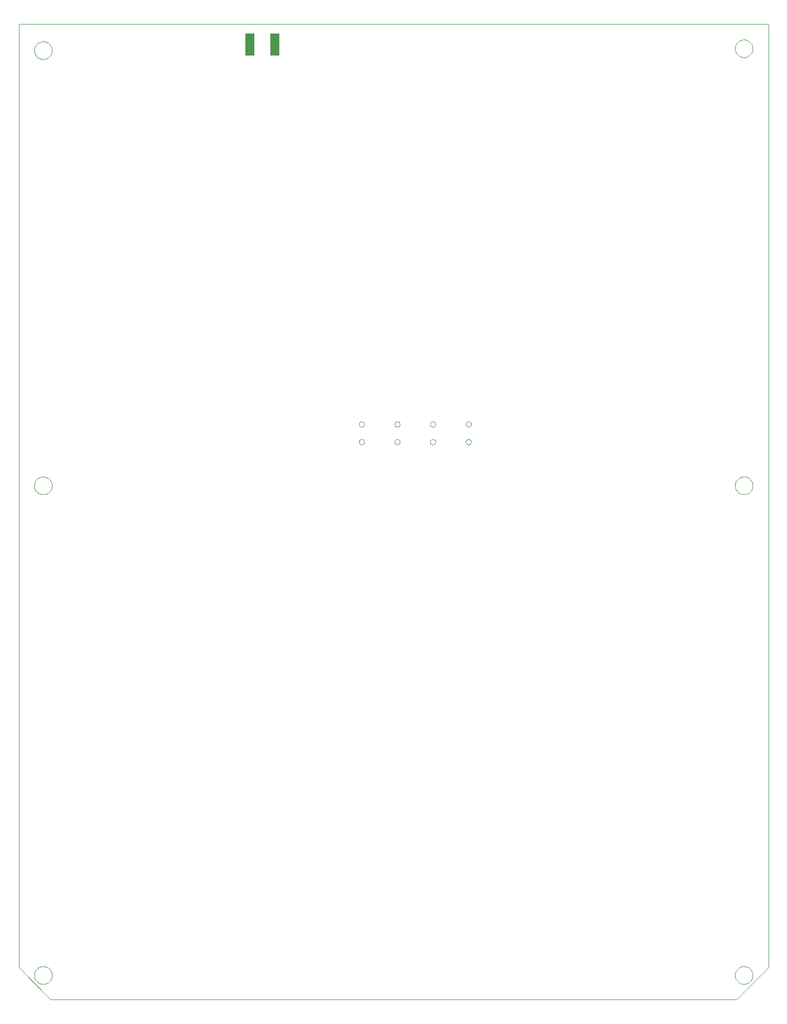
<source format=gbp>
G75*
G70*
%OFA0B0*%
%FSLAX24Y24*%
%IPPOS*%
%LPD*%
%AMOC8*
5,1,8,0,0,1.08239X$1,22.5*
%
%ADD10C,0.0000*%
%ADD11R,0.0591X0.1457*%
D10*
X000100Y002300D02*
X002225Y000175D01*
X047975Y000175D01*
X050100Y002300D01*
X050100Y065175D01*
X000100Y065175D01*
X000100Y002300D01*
X001134Y001800D02*
X001136Y001848D01*
X001142Y001896D01*
X001152Y001943D01*
X001165Y001989D01*
X001183Y002034D01*
X001203Y002078D01*
X001228Y002120D01*
X001256Y002159D01*
X001286Y002196D01*
X001320Y002230D01*
X001357Y002262D01*
X001395Y002291D01*
X001436Y002316D01*
X001479Y002338D01*
X001524Y002356D01*
X001570Y002370D01*
X001617Y002381D01*
X001665Y002388D01*
X001713Y002391D01*
X001761Y002390D01*
X001809Y002385D01*
X001857Y002376D01*
X001903Y002364D01*
X001948Y002347D01*
X001992Y002327D01*
X002034Y002304D01*
X002074Y002277D01*
X002112Y002247D01*
X002147Y002214D01*
X002179Y002178D01*
X002209Y002140D01*
X002235Y002099D01*
X002257Y002056D01*
X002277Y002012D01*
X002292Y001967D01*
X002304Y001920D01*
X002312Y001872D01*
X002316Y001824D01*
X002316Y001776D01*
X002312Y001728D01*
X002304Y001680D01*
X002292Y001633D01*
X002277Y001588D01*
X002257Y001544D01*
X002235Y001501D01*
X002209Y001460D01*
X002179Y001422D01*
X002147Y001386D01*
X002112Y001353D01*
X002074Y001323D01*
X002034Y001296D01*
X001992Y001273D01*
X001948Y001253D01*
X001903Y001236D01*
X001857Y001224D01*
X001809Y001215D01*
X001761Y001210D01*
X001713Y001209D01*
X001665Y001212D01*
X001617Y001219D01*
X001570Y001230D01*
X001524Y001244D01*
X001479Y001262D01*
X001436Y001284D01*
X001395Y001309D01*
X001357Y001338D01*
X001320Y001370D01*
X001286Y001404D01*
X001256Y001441D01*
X001228Y001480D01*
X001203Y001522D01*
X001183Y001566D01*
X001165Y001611D01*
X001152Y001657D01*
X001142Y001704D01*
X001136Y001752D01*
X001134Y001800D01*
X001134Y034425D02*
X001136Y034473D01*
X001142Y034521D01*
X001152Y034568D01*
X001165Y034614D01*
X001183Y034659D01*
X001203Y034703D01*
X001228Y034745D01*
X001256Y034784D01*
X001286Y034821D01*
X001320Y034855D01*
X001357Y034887D01*
X001395Y034916D01*
X001436Y034941D01*
X001479Y034963D01*
X001524Y034981D01*
X001570Y034995D01*
X001617Y035006D01*
X001665Y035013D01*
X001713Y035016D01*
X001761Y035015D01*
X001809Y035010D01*
X001857Y035001D01*
X001903Y034989D01*
X001948Y034972D01*
X001992Y034952D01*
X002034Y034929D01*
X002074Y034902D01*
X002112Y034872D01*
X002147Y034839D01*
X002179Y034803D01*
X002209Y034765D01*
X002235Y034724D01*
X002257Y034681D01*
X002277Y034637D01*
X002292Y034592D01*
X002304Y034545D01*
X002312Y034497D01*
X002316Y034449D01*
X002316Y034401D01*
X002312Y034353D01*
X002304Y034305D01*
X002292Y034258D01*
X002277Y034213D01*
X002257Y034169D01*
X002235Y034126D01*
X002209Y034085D01*
X002179Y034047D01*
X002147Y034011D01*
X002112Y033978D01*
X002074Y033948D01*
X002034Y033921D01*
X001992Y033898D01*
X001948Y033878D01*
X001903Y033861D01*
X001857Y033849D01*
X001809Y033840D01*
X001761Y033835D01*
X001713Y033834D01*
X001665Y033837D01*
X001617Y033844D01*
X001570Y033855D01*
X001524Y033869D01*
X001479Y033887D01*
X001436Y033909D01*
X001395Y033934D01*
X001357Y033963D01*
X001320Y033995D01*
X001286Y034029D01*
X001256Y034066D01*
X001228Y034105D01*
X001203Y034147D01*
X001183Y034191D01*
X001165Y034236D01*
X001152Y034282D01*
X001142Y034329D01*
X001136Y034377D01*
X001134Y034425D01*
X022798Y037334D02*
X022800Y037360D01*
X022806Y037386D01*
X022816Y037411D01*
X022829Y037434D01*
X022845Y037454D01*
X022865Y037472D01*
X022887Y037487D01*
X022910Y037499D01*
X022936Y037507D01*
X022962Y037511D01*
X022988Y037511D01*
X023014Y037507D01*
X023040Y037499D01*
X023064Y037487D01*
X023085Y037472D01*
X023105Y037454D01*
X023121Y037434D01*
X023134Y037411D01*
X023144Y037386D01*
X023150Y037360D01*
X023152Y037334D01*
X023150Y037308D01*
X023144Y037282D01*
X023134Y037257D01*
X023121Y037234D01*
X023105Y037214D01*
X023085Y037196D01*
X023063Y037181D01*
X023040Y037169D01*
X023014Y037161D01*
X022988Y037157D01*
X022962Y037157D01*
X022936Y037161D01*
X022910Y037169D01*
X022886Y037181D01*
X022865Y037196D01*
X022845Y037214D01*
X022829Y037234D01*
X022816Y037257D01*
X022806Y037282D01*
X022800Y037308D01*
X022798Y037334D01*
X022798Y038516D02*
X022800Y038542D01*
X022806Y038568D01*
X022816Y038593D01*
X022829Y038616D01*
X022845Y038636D01*
X022865Y038654D01*
X022887Y038669D01*
X022910Y038681D01*
X022936Y038689D01*
X022962Y038693D01*
X022988Y038693D01*
X023014Y038689D01*
X023040Y038681D01*
X023064Y038669D01*
X023085Y038654D01*
X023105Y038636D01*
X023121Y038616D01*
X023134Y038593D01*
X023144Y038568D01*
X023150Y038542D01*
X023152Y038516D01*
X023150Y038490D01*
X023144Y038464D01*
X023134Y038439D01*
X023121Y038416D01*
X023105Y038396D01*
X023085Y038378D01*
X023063Y038363D01*
X023040Y038351D01*
X023014Y038343D01*
X022988Y038339D01*
X022962Y038339D01*
X022936Y038343D01*
X022910Y038351D01*
X022886Y038363D01*
X022865Y038378D01*
X022845Y038396D01*
X022829Y038416D01*
X022816Y038439D01*
X022806Y038464D01*
X022800Y038490D01*
X022798Y038516D01*
X025173Y038516D02*
X025175Y038542D01*
X025181Y038568D01*
X025191Y038593D01*
X025204Y038616D01*
X025220Y038636D01*
X025240Y038654D01*
X025262Y038669D01*
X025285Y038681D01*
X025311Y038689D01*
X025337Y038693D01*
X025363Y038693D01*
X025389Y038689D01*
X025415Y038681D01*
X025439Y038669D01*
X025460Y038654D01*
X025480Y038636D01*
X025496Y038616D01*
X025509Y038593D01*
X025519Y038568D01*
X025525Y038542D01*
X025527Y038516D01*
X025525Y038490D01*
X025519Y038464D01*
X025509Y038439D01*
X025496Y038416D01*
X025480Y038396D01*
X025460Y038378D01*
X025438Y038363D01*
X025415Y038351D01*
X025389Y038343D01*
X025363Y038339D01*
X025337Y038339D01*
X025311Y038343D01*
X025285Y038351D01*
X025261Y038363D01*
X025240Y038378D01*
X025220Y038396D01*
X025204Y038416D01*
X025191Y038439D01*
X025181Y038464D01*
X025175Y038490D01*
X025173Y038516D01*
X025173Y037334D02*
X025175Y037360D01*
X025181Y037386D01*
X025191Y037411D01*
X025204Y037434D01*
X025220Y037454D01*
X025240Y037472D01*
X025262Y037487D01*
X025285Y037499D01*
X025311Y037507D01*
X025337Y037511D01*
X025363Y037511D01*
X025389Y037507D01*
X025415Y037499D01*
X025439Y037487D01*
X025460Y037472D01*
X025480Y037454D01*
X025496Y037434D01*
X025509Y037411D01*
X025519Y037386D01*
X025525Y037360D01*
X025527Y037334D01*
X025525Y037308D01*
X025519Y037282D01*
X025509Y037257D01*
X025496Y037234D01*
X025480Y037214D01*
X025460Y037196D01*
X025438Y037181D01*
X025415Y037169D01*
X025389Y037161D01*
X025363Y037157D01*
X025337Y037157D01*
X025311Y037161D01*
X025285Y037169D01*
X025261Y037181D01*
X025240Y037196D01*
X025220Y037214D01*
X025204Y037234D01*
X025191Y037257D01*
X025181Y037282D01*
X025175Y037308D01*
X025173Y037334D01*
X027548Y037334D02*
X027550Y037360D01*
X027556Y037386D01*
X027566Y037411D01*
X027579Y037434D01*
X027595Y037454D01*
X027615Y037472D01*
X027637Y037487D01*
X027660Y037499D01*
X027686Y037507D01*
X027712Y037511D01*
X027738Y037511D01*
X027764Y037507D01*
X027790Y037499D01*
X027814Y037487D01*
X027835Y037472D01*
X027855Y037454D01*
X027871Y037434D01*
X027884Y037411D01*
X027894Y037386D01*
X027900Y037360D01*
X027902Y037334D01*
X027900Y037308D01*
X027894Y037282D01*
X027884Y037257D01*
X027871Y037234D01*
X027855Y037214D01*
X027835Y037196D01*
X027813Y037181D01*
X027790Y037169D01*
X027764Y037161D01*
X027738Y037157D01*
X027712Y037157D01*
X027686Y037161D01*
X027660Y037169D01*
X027636Y037181D01*
X027615Y037196D01*
X027595Y037214D01*
X027579Y037234D01*
X027566Y037257D01*
X027556Y037282D01*
X027550Y037308D01*
X027548Y037334D01*
X027548Y038516D02*
X027550Y038542D01*
X027556Y038568D01*
X027566Y038593D01*
X027579Y038616D01*
X027595Y038636D01*
X027615Y038654D01*
X027637Y038669D01*
X027660Y038681D01*
X027686Y038689D01*
X027712Y038693D01*
X027738Y038693D01*
X027764Y038689D01*
X027790Y038681D01*
X027814Y038669D01*
X027835Y038654D01*
X027855Y038636D01*
X027871Y038616D01*
X027884Y038593D01*
X027894Y038568D01*
X027900Y038542D01*
X027902Y038516D01*
X027900Y038490D01*
X027894Y038464D01*
X027884Y038439D01*
X027871Y038416D01*
X027855Y038396D01*
X027835Y038378D01*
X027813Y038363D01*
X027790Y038351D01*
X027764Y038343D01*
X027738Y038339D01*
X027712Y038339D01*
X027686Y038343D01*
X027660Y038351D01*
X027636Y038363D01*
X027615Y038378D01*
X027595Y038396D01*
X027579Y038416D01*
X027566Y038439D01*
X027556Y038464D01*
X027550Y038490D01*
X027548Y038516D01*
X029923Y038516D02*
X029925Y038542D01*
X029931Y038568D01*
X029941Y038593D01*
X029954Y038616D01*
X029970Y038636D01*
X029990Y038654D01*
X030012Y038669D01*
X030035Y038681D01*
X030061Y038689D01*
X030087Y038693D01*
X030113Y038693D01*
X030139Y038689D01*
X030165Y038681D01*
X030189Y038669D01*
X030210Y038654D01*
X030230Y038636D01*
X030246Y038616D01*
X030259Y038593D01*
X030269Y038568D01*
X030275Y038542D01*
X030277Y038516D01*
X030275Y038490D01*
X030269Y038464D01*
X030259Y038439D01*
X030246Y038416D01*
X030230Y038396D01*
X030210Y038378D01*
X030188Y038363D01*
X030165Y038351D01*
X030139Y038343D01*
X030113Y038339D01*
X030087Y038339D01*
X030061Y038343D01*
X030035Y038351D01*
X030011Y038363D01*
X029990Y038378D01*
X029970Y038396D01*
X029954Y038416D01*
X029941Y038439D01*
X029931Y038464D01*
X029925Y038490D01*
X029923Y038516D01*
X029923Y037334D02*
X029925Y037360D01*
X029931Y037386D01*
X029941Y037411D01*
X029954Y037434D01*
X029970Y037454D01*
X029990Y037472D01*
X030012Y037487D01*
X030035Y037499D01*
X030061Y037507D01*
X030087Y037511D01*
X030113Y037511D01*
X030139Y037507D01*
X030165Y037499D01*
X030189Y037487D01*
X030210Y037472D01*
X030230Y037454D01*
X030246Y037434D01*
X030259Y037411D01*
X030269Y037386D01*
X030275Y037360D01*
X030277Y037334D01*
X030275Y037308D01*
X030269Y037282D01*
X030259Y037257D01*
X030246Y037234D01*
X030230Y037214D01*
X030210Y037196D01*
X030188Y037181D01*
X030165Y037169D01*
X030139Y037161D01*
X030113Y037157D01*
X030087Y037157D01*
X030061Y037161D01*
X030035Y037169D01*
X030011Y037181D01*
X029990Y037196D01*
X029970Y037214D01*
X029954Y037234D01*
X029941Y037257D01*
X029931Y037282D01*
X029925Y037308D01*
X029923Y037334D01*
X047884Y034425D02*
X047886Y034473D01*
X047892Y034521D01*
X047902Y034568D01*
X047915Y034614D01*
X047933Y034659D01*
X047953Y034703D01*
X047978Y034745D01*
X048006Y034784D01*
X048036Y034821D01*
X048070Y034855D01*
X048107Y034887D01*
X048145Y034916D01*
X048186Y034941D01*
X048229Y034963D01*
X048274Y034981D01*
X048320Y034995D01*
X048367Y035006D01*
X048415Y035013D01*
X048463Y035016D01*
X048511Y035015D01*
X048559Y035010D01*
X048607Y035001D01*
X048653Y034989D01*
X048698Y034972D01*
X048742Y034952D01*
X048784Y034929D01*
X048824Y034902D01*
X048862Y034872D01*
X048897Y034839D01*
X048929Y034803D01*
X048959Y034765D01*
X048985Y034724D01*
X049007Y034681D01*
X049027Y034637D01*
X049042Y034592D01*
X049054Y034545D01*
X049062Y034497D01*
X049066Y034449D01*
X049066Y034401D01*
X049062Y034353D01*
X049054Y034305D01*
X049042Y034258D01*
X049027Y034213D01*
X049007Y034169D01*
X048985Y034126D01*
X048959Y034085D01*
X048929Y034047D01*
X048897Y034011D01*
X048862Y033978D01*
X048824Y033948D01*
X048784Y033921D01*
X048742Y033898D01*
X048698Y033878D01*
X048653Y033861D01*
X048607Y033849D01*
X048559Y033840D01*
X048511Y033835D01*
X048463Y033834D01*
X048415Y033837D01*
X048367Y033844D01*
X048320Y033855D01*
X048274Y033869D01*
X048229Y033887D01*
X048186Y033909D01*
X048145Y033934D01*
X048107Y033963D01*
X048070Y033995D01*
X048036Y034029D01*
X048006Y034066D01*
X047978Y034105D01*
X047953Y034147D01*
X047933Y034191D01*
X047915Y034236D01*
X047902Y034282D01*
X047892Y034329D01*
X047886Y034377D01*
X047884Y034425D01*
X047884Y063550D02*
X047886Y063598D01*
X047892Y063646D01*
X047902Y063693D01*
X047915Y063739D01*
X047933Y063784D01*
X047953Y063828D01*
X047978Y063870D01*
X048006Y063909D01*
X048036Y063946D01*
X048070Y063980D01*
X048107Y064012D01*
X048145Y064041D01*
X048186Y064066D01*
X048229Y064088D01*
X048274Y064106D01*
X048320Y064120D01*
X048367Y064131D01*
X048415Y064138D01*
X048463Y064141D01*
X048511Y064140D01*
X048559Y064135D01*
X048607Y064126D01*
X048653Y064114D01*
X048698Y064097D01*
X048742Y064077D01*
X048784Y064054D01*
X048824Y064027D01*
X048862Y063997D01*
X048897Y063964D01*
X048929Y063928D01*
X048959Y063890D01*
X048985Y063849D01*
X049007Y063806D01*
X049027Y063762D01*
X049042Y063717D01*
X049054Y063670D01*
X049062Y063622D01*
X049066Y063574D01*
X049066Y063526D01*
X049062Y063478D01*
X049054Y063430D01*
X049042Y063383D01*
X049027Y063338D01*
X049007Y063294D01*
X048985Y063251D01*
X048959Y063210D01*
X048929Y063172D01*
X048897Y063136D01*
X048862Y063103D01*
X048824Y063073D01*
X048784Y063046D01*
X048742Y063023D01*
X048698Y063003D01*
X048653Y062986D01*
X048607Y062974D01*
X048559Y062965D01*
X048511Y062960D01*
X048463Y062959D01*
X048415Y062962D01*
X048367Y062969D01*
X048320Y062980D01*
X048274Y062994D01*
X048229Y063012D01*
X048186Y063034D01*
X048145Y063059D01*
X048107Y063088D01*
X048070Y063120D01*
X048036Y063154D01*
X048006Y063191D01*
X047978Y063230D01*
X047953Y063272D01*
X047933Y063316D01*
X047915Y063361D01*
X047902Y063407D01*
X047892Y063454D01*
X047886Y063502D01*
X047884Y063550D01*
X001134Y063425D02*
X001136Y063473D01*
X001142Y063521D01*
X001152Y063568D01*
X001165Y063614D01*
X001183Y063659D01*
X001203Y063703D01*
X001228Y063745D01*
X001256Y063784D01*
X001286Y063821D01*
X001320Y063855D01*
X001357Y063887D01*
X001395Y063916D01*
X001436Y063941D01*
X001479Y063963D01*
X001524Y063981D01*
X001570Y063995D01*
X001617Y064006D01*
X001665Y064013D01*
X001713Y064016D01*
X001761Y064015D01*
X001809Y064010D01*
X001857Y064001D01*
X001903Y063989D01*
X001948Y063972D01*
X001992Y063952D01*
X002034Y063929D01*
X002074Y063902D01*
X002112Y063872D01*
X002147Y063839D01*
X002179Y063803D01*
X002209Y063765D01*
X002235Y063724D01*
X002257Y063681D01*
X002277Y063637D01*
X002292Y063592D01*
X002304Y063545D01*
X002312Y063497D01*
X002316Y063449D01*
X002316Y063401D01*
X002312Y063353D01*
X002304Y063305D01*
X002292Y063258D01*
X002277Y063213D01*
X002257Y063169D01*
X002235Y063126D01*
X002209Y063085D01*
X002179Y063047D01*
X002147Y063011D01*
X002112Y062978D01*
X002074Y062948D01*
X002034Y062921D01*
X001992Y062898D01*
X001948Y062878D01*
X001903Y062861D01*
X001857Y062849D01*
X001809Y062840D01*
X001761Y062835D01*
X001713Y062834D01*
X001665Y062837D01*
X001617Y062844D01*
X001570Y062855D01*
X001524Y062869D01*
X001479Y062887D01*
X001436Y062909D01*
X001395Y062934D01*
X001357Y062963D01*
X001320Y062995D01*
X001286Y063029D01*
X001256Y063066D01*
X001228Y063105D01*
X001203Y063147D01*
X001183Y063191D01*
X001165Y063236D01*
X001152Y063282D01*
X001142Y063329D01*
X001136Y063377D01*
X001134Y063425D01*
X047884Y001800D02*
X047886Y001848D01*
X047892Y001896D01*
X047902Y001943D01*
X047915Y001989D01*
X047933Y002034D01*
X047953Y002078D01*
X047978Y002120D01*
X048006Y002159D01*
X048036Y002196D01*
X048070Y002230D01*
X048107Y002262D01*
X048145Y002291D01*
X048186Y002316D01*
X048229Y002338D01*
X048274Y002356D01*
X048320Y002370D01*
X048367Y002381D01*
X048415Y002388D01*
X048463Y002391D01*
X048511Y002390D01*
X048559Y002385D01*
X048607Y002376D01*
X048653Y002364D01*
X048698Y002347D01*
X048742Y002327D01*
X048784Y002304D01*
X048824Y002277D01*
X048862Y002247D01*
X048897Y002214D01*
X048929Y002178D01*
X048959Y002140D01*
X048985Y002099D01*
X049007Y002056D01*
X049027Y002012D01*
X049042Y001967D01*
X049054Y001920D01*
X049062Y001872D01*
X049066Y001824D01*
X049066Y001776D01*
X049062Y001728D01*
X049054Y001680D01*
X049042Y001633D01*
X049027Y001588D01*
X049007Y001544D01*
X048985Y001501D01*
X048959Y001460D01*
X048929Y001422D01*
X048897Y001386D01*
X048862Y001353D01*
X048824Y001323D01*
X048784Y001296D01*
X048742Y001273D01*
X048698Y001253D01*
X048653Y001236D01*
X048607Y001224D01*
X048559Y001215D01*
X048511Y001210D01*
X048463Y001209D01*
X048415Y001212D01*
X048367Y001219D01*
X048320Y001230D01*
X048274Y001244D01*
X048229Y001262D01*
X048186Y001284D01*
X048145Y001309D01*
X048107Y001338D01*
X048070Y001370D01*
X048036Y001404D01*
X048006Y001441D01*
X047978Y001480D01*
X047953Y001522D01*
X047933Y001566D01*
X047915Y001611D01*
X047902Y001657D01*
X047892Y001704D01*
X047886Y001752D01*
X047884Y001800D01*
D11*
X017177Y063800D03*
X015523Y063800D03*
M02*

</source>
